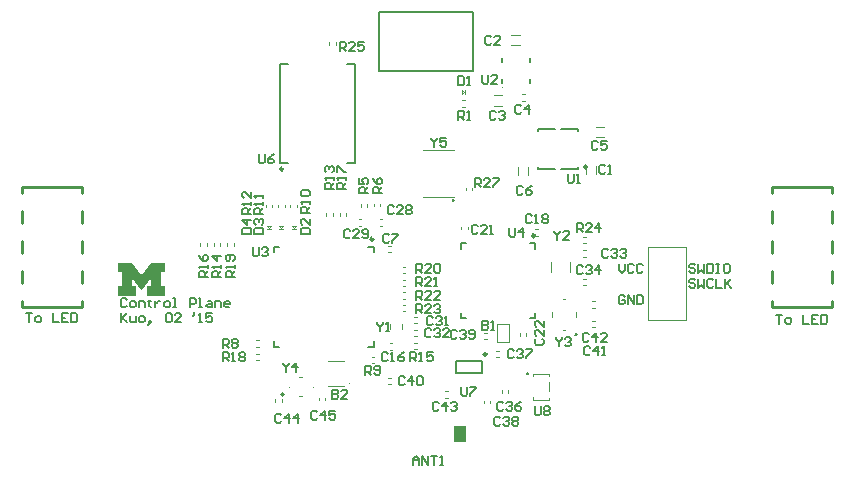
<source format=gto>
G04 Layer_Color=65535*
%FSLAX24Y24*%
%MOIN*%
G70*
G01*
G75*
%ADD59C,0.0098*%
%ADD60C,0.0039*%
%ADD61C,0.0100*%
%ADD62C,0.0079*%
%ADD63C,0.0050*%
%ADD64R,0.0433X0.0551*%
G36*
X-8728Y-823D02*
X-8849D01*
Y-1300D01*
X-8728D01*
Y-1616D01*
X-9320D01*
Y-1300D01*
X-9200D01*
Y-1014D01*
X-9498Y-1425D01*
X-9519D01*
X-9812Y-1014D01*
Y-1300D01*
X-9692D01*
Y-1616D01*
X-10284D01*
Y-1300D01*
X-10168D01*
Y-823D01*
X-10284D01*
Y-507D01*
X-9814D01*
X-9514Y-924D01*
X-9498D01*
X-9197Y-507D01*
X-8728D01*
Y-823D01*
D02*
G37*
D59*
X5344Y2680D02*
G03*
X5344Y2680I-49J0D01*
G01*
X-4792Y2610D02*
G03*
X-4792Y2610I-49J0D01*
G01*
X3600Y386D02*
G03*
X3600Y386I-49J0D01*
G01*
X1991Y-3567D02*
G03*
X1991Y-3567I-49J0D01*
G01*
X-1783Y273D02*
G03*
X-1783Y273I-49J0D01*
G01*
D60*
X2517Y5319D02*
G03*
X2517Y5319I-20J0D01*
G01*
X-2589Y-4536D02*
G03*
X-2589Y-4536I-20J0D01*
G01*
X-416Y-2525D02*
X-337D01*
X-416Y-2308D02*
X-337D01*
X-820Y-2715D02*
Y-2558D01*
X-1213Y-2715D02*
Y-2558D01*
X-416Y-2965D02*
X-337D01*
X-416Y-2748D02*
X-337D01*
X-416Y-3395D02*
X-337D01*
X-416Y-3178D02*
X-337D01*
X-1239Y-3408D02*
X-1161D01*
X-1239Y-3192D02*
X-1161D01*
X2822Y6733D02*
X3098D01*
X2822Y7077D02*
X3098D01*
X3043Y2402D02*
Y2678D01*
X3387Y2402D02*
Y2678D01*
X5632Y3663D02*
X5908D01*
X5632Y4007D02*
X5908D01*
X5293Y2452D02*
Y2728D01*
X5637Y2452D02*
Y2728D01*
X3181Y4882D02*
X3259D01*
X3181Y5098D02*
X3259D01*
X2232Y5067D02*
X2508D01*
X2232Y4723D02*
X2508D01*
X1269Y5121D02*
Y5259D01*
X1171D02*
X1240Y5190D01*
X1171Y5121D02*
X1240Y5190D01*
X1171Y5121D02*
Y5259D01*
X1181Y4898D02*
X1259D01*
X1181Y4682D02*
X1259D01*
X-3258Y6761D02*
Y6839D01*
X-3042Y6761D02*
Y6839D01*
X-112Y1663D02*
X912D01*
X-112Y3237D02*
X912D01*
X1292Y1911D02*
Y1989D01*
X1508Y1911D02*
Y1989D01*
X1358Y611D02*
Y689D01*
X1142Y611D02*
Y689D01*
X3611Y392D02*
X3689D01*
X3611Y608D02*
X3689D01*
X2735Y-3142D02*
Y-2561D01*
X2342Y-3142D02*
X2735D01*
X2342D02*
Y-2561D01*
X2735D01*
X1911Y-2842D02*
X1989D01*
X1911Y-3058D02*
X1989D01*
X3092Y-2939D02*
Y-2861D01*
X3308Y-2939D02*
Y-2861D01*
X4135Y-807D02*
Y-493D01*
X4765Y-807D02*
Y-493D01*
X5211Y142D02*
X5289D01*
X5211Y358D02*
X5289D01*
X5211Y-308D02*
X5289D01*
X5211Y-92D02*
X5289D01*
X5211Y-1258D02*
X5289D01*
X5211Y-1042D02*
X5289D01*
X4531Y-2742D02*
X4609D01*
X4176Y-2309D02*
Y-2151D01*
X4964Y-2309D02*
Y-2151D01*
X4531Y-1718D02*
X4609D01*
X5511Y-1792D02*
X5589D01*
X5511Y-2008D02*
X5589D01*
X5511Y-2442D02*
X5589D01*
X5511Y-2658D02*
X5589D01*
X2311Y-3442D02*
X2389D01*
X2311Y-3658D02*
X2389D01*
X4076Y-4798D02*
Y-4502D01*
Y-4286D02*
Y-4217D01*
X3524D02*
X4076D01*
X3524Y-4296D02*
Y-4217D01*
X4076Y-5083D02*
Y-5014D01*
X3524Y-5083D02*
X4076D01*
X3524D02*
Y-5004D01*
X2708Y-4839D02*
Y-4761D01*
X2492Y-4839D02*
Y-4761D01*
X1892Y-5189D02*
Y-5111D01*
X2108Y-5189D02*
Y-5111D01*
X611Y-4792D02*
X689D01*
X611Y-5008D02*
X689D01*
X-1289Y-4558D02*
X-1211D01*
X-1289Y-4342D02*
X-1211D01*
X-1839Y-3858D02*
X-1761D01*
X-1839Y-3642D02*
X-1761D01*
X-3392Y-5089D02*
Y-5011D01*
X-3608Y-5089D02*
Y-5011D01*
X-4594Y-4660D02*
Y-4640D01*
X-4249Y-4335D02*
X-4151D01*
X-3806Y-4660D02*
Y-4640D01*
X-4249Y-4965D02*
X-4151D01*
X-4842Y-5139D02*
Y-5061D01*
X-5058Y-5139D02*
Y-5061D01*
X-5689Y-3542D02*
X-5611D01*
X-5689Y-3758D02*
X-5611D01*
X-5689Y-3092D02*
X-5611D01*
X-5689Y-3308D02*
X-5611D01*
X-799Y-2128D02*
X-721D01*
X-799Y-1912D02*
X-721D01*
X-809Y-1708D02*
X-731D01*
X-809Y-1492D02*
X-731D01*
X-809Y-1288D02*
X-731D01*
X-809Y-1072D02*
X-731D01*
X-809Y-868D02*
X-731D01*
X-809Y-652D02*
X-731D01*
X-1289Y-158D02*
X-1211D01*
X-1289Y58D02*
X-1211D01*
X-1559Y715D02*
X-1481D01*
X-1559Y931D02*
X-1481D01*
X-2269D02*
X-2191D01*
X-2269Y715D02*
X-2191D01*
X-1552Y1363D02*
Y1442D01*
X-1768Y1363D02*
Y1442D01*
X-1982Y1353D02*
Y1432D01*
X-2198Y1353D02*
Y1432D01*
X-2908Y1061D02*
Y1139D01*
X-2692Y1061D02*
Y1139D01*
X-3358Y1061D02*
Y1139D01*
X-3142Y1061D02*
Y1139D01*
X-4548Y1331D02*
Y1409D01*
X-4332Y1331D02*
Y1409D01*
X-4958Y1331D02*
Y1409D01*
X-4742Y1331D02*
Y1409D01*
X-5368Y1331D02*
Y1409D01*
X-5152Y1331D02*
Y1409D01*
X-4505Y624D02*
X-4368D01*
X-4437Y654D02*
X-4368Y723D01*
X-4505D02*
X-4437Y654D01*
X-4505Y723D02*
X-4368D01*
X-4915Y624D02*
X-4778D01*
X-4847Y654D02*
X-4778Y723D01*
X-4915D02*
X-4847Y654D01*
X-4915Y723D02*
X-4778D01*
X-5325Y624D02*
X-5188D01*
X-5257Y654D02*
X-5188Y723D01*
X-5325D02*
X-5257Y654D01*
X-5325Y723D02*
X-5188D01*
X-6658Y61D02*
Y139D01*
X-6442Y61D02*
Y139D01*
X-7108Y61D02*
Y139D01*
X-6892Y61D02*
Y139D01*
X-7558Y61D02*
Y139D01*
X-7342Y61D02*
Y139D01*
X-3282Y-3783D02*
X-2771D01*
X-3282Y-4610D02*
X-2771D01*
X7370Y-2420D02*
X8630D01*
X7370D02*
Y20D01*
X8630D01*
Y-2420D02*
Y20D01*
D61*
X881Y1562D02*
G03*
X872Y1564I-9J-18D01*
G01*
X4983Y-2899D02*
G03*
X4983Y-2899I-20J0D01*
G01*
X3359Y-4207D02*
G03*
X3359Y-4207I-22J0D01*
G01*
X-4779Y-4906D02*
G03*
X-4779Y-4906I-31J0D01*
G01*
X11500Y-2000D02*
Y-1800D01*
Y-1200D02*
Y-800D01*
Y-200D02*
Y200D01*
Y800D02*
Y1200D01*
Y1800D02*
Y2000D01*
X13500Y-2000D02*
Y-1800D01*
Y-1200D02*
Y-800D01*
Y-200D02*
Y200D01*
Y800D02*
Y1200D01*
Y1800D02*
Y2000D01*
X11500D02*
X13500D01*
X11500Y-2000D02*
X13500D01*
X-13500D02*
Y-1800D01*
Y-1200D02*
Y-800D01*
Y-200D02*
Y200D01*
Y800D02*
Y1200D01*
Y1800D02*
Y2000D01*
X-11500Y-2000D02*
Y-1800D01*
Y-1200D02*
Y-800D01*
Y-200D02*
Y200D01*
Y800D02*
Y1200D01*
Y1800D02*
Y2000D01*
X-13500D02*
X-11500D01*
X-13500Y-2000D02*
X-11500D01*
D62*
X5039Y2621D02*
Y2690D01*
X4478Y2621D02*
X5039D01*
X3701D02*
X4262D01*
X3701D02*
Y2690D01*
Y3890D02*
Y3959D01*
X4262D01*
X5039Y3890D02*
Y3959D01*
X4478D02*
X5039D01*
X2498Y5477D02*
Y5597D01*
Y6183D02*
Y6303D01*
X3442Y5477D02*
Y5597D01*
Y6183D02*
Y6303D01*
X-4900Y4446D02*
Y6114D01*
X-4626D01*
X-2654D02*
X-2380D01*
Y4446D02*
Y6114D01*
Y2806D02*
Y4474D01*
X-2654Y2806D02*
X-2380D01*
X-4900D02*
Y4474D01*
Y2806D02*
X-4626D01*
X1130Y-47D02*
Y130D01*
X1307D01*
X1130Y-2350D02*
Y-2173D01*
Y-2350D02*
X1307D01*
X3433D02*
X3610D01*
Y-2173D01*
Y-47D02*
Y130D01*
X3433D02*
X3610D01*
X1833Y-4197D02*
Y-3803D01*
X967Y-4197D02*
Y-3803D01*
X1833D01*
X967Y-4197D02*
X1833D01*
X-5100Y-160D02*
Y17D01*
X-4923D01*
X-5100Y-3310D02*
Y-3133D01*
Y-3310D02*
X-4923D01*
X-1950D02*
X-1773D01*
Y-3133D01*
Y-160D02*
Y17D01*
X-1950D02*
X-1773D01*
D63*
X1515Y5873D02*
X1525Y5883D01*
X-1585Y5873D02*
X1515D01*
X1525Y5883D02*
Y7861D01*
X-1585Y5873D02*
Y7861D01*
X1525D01*
X-1500Y1800D02*
X-1800D01*
Y1950D01*
X-1750Y2000D01*
X-1650D01*
X-1600Y1950D01*
Y1800D01*
Y1900D02*
X-1500Y2000D01*
X-1800Y2300D02*
X-1750Y2200D01*
X-1650Y2100D01*
X-1550D01*
X-1500Y2150D01*
Y2250D01*
X-1550Y2300D01*
X-1600D01*
X-1650Y2250D01*
Y2100D01*
X-1950Y1800D02*
X-2250D01*
Y1950D01*
X-2200Y2000D01*
X-2100D01*
X-2050Y1950D01*
Y1800D01*
Y1900D02*
X-1950Y2000D01*
X-2250Y2300D02*
Y2100D01*
X-2100D01*
X-2150Y2200D01*
Y2250D01*
X-2100Y2300D01*
X-2000D01*
X-1950Y2250D01*
Y2150D01*
X-2000Y2100D01*
X-450Y-7250D02*
Y-7050D01*
X-350Y-6950D01*
X-250Y-7050D01*
Y-7250D01*
Y-7100D01*
X-450D01*
X-150Y-7250D02*
Y-6950D01*
X50Y-7250D01*
Y-6950D01*
X150D02*
X350D01*
X250D01*
Y-7250D01*
X450D02*
X550D01*
X500D01*
Y-6950D01*
X450Y-7000D01*
X-3150Y-4750D02*
Y-5050D01*
X-3000D01*
X-2950Y-5000D01*
Y-4950D01*
X-3000Y-4900D01*
X-3150D01*
X-3000D01*
X-2950Y-4850D01*
Y-4800D01*
X-3000Y-4750D01*
X-3150D01*
X-2650Y-5050D02*
X-2850D01*
X-2650Y-4850D01*
Y-4800D01*
X-2700Y-4750D01*
X-2800D01*
X-2850Y-4800D01*
X5950Y2700D02*
X5900Y2750D01*
X5800D01*
X5750Y2700D01*
Y2500D01*
X5800Y2450D01*
X5900D01*
X5950Y2500D01*
X6050Y2450D02*
X6150D01*
X6100D01*
Y2750D01*
X6050Y2700D01*
X2150Y7000D02*
X2100Y7050D01*
X2000D01*
X1950Y7000D01*
Y6800D01*
X2000Y6750D01*
X2100D01*
X2150Y6800D01*
X2450Y6750D02*
X2250D01*
X2450Y6950D01*
Y7000D01*
X2400Y7050D01*
X2300D01*
X2250Y7000D01*
X2300Y4500D02*
X2250Y4550D01*
X2150D01*
X2100Y4500D01*
Y4300D01*
X2150Y4250D01*
X2250D01*
X2300Y4300D01*
X2400Y4500D02*
X2450Y4550D01*
X2550D01*
X2600Y4500D01*
Y4450D01*
X2550Y4400D01*
X2500D01*
X2550D01*
X2600Y4350D01*
Y4300D01*
X2550Y4250D01*
X2450D01*
X2400Y4300D01*
X5700Y3500D02*
X5650Y3550D01*
X5550D01*
X5500Y3500D01*
Y3300D01*
X5550Y3250D01*
X5650D01*
X5700Y3300D01*
X6000Y3550D02*
X5800D01*
Y3400D01*
X5900Y3450D01*
X5950D01*
X6000Y3400D01*
Y3300D01*
X5950Y3250D01*
X5850D01*
X5800Y3300D01*
X3200Y2000D02*
X3150Y2050D01*
X3050D01*
X3000Y2000D01*
Y1800D01*
X3050Y1750D01*
X3150D01*
X3200Y1800D01*
X3500Y2050D02*
X3400Y2000D01*
X3300Y1900D01*
Y1800D01*
X3350Y1750D01*
X3450D01*
X3500Y1800D01*
Y1850D01*
X3450Y1900D01*
X3300D01*
X-1250Y400D02*
X-1300Y450D01*
X-1400D01*
X-1450Y400D01*
Y200D01*
X-1400Y150D01*
X-1300D01*
X-1250Y200D01*
X-1150Y450D02*
X-950D01*
Y400D01*
X-1150Y200D01*
Y150D01*
X-1300Y-3550D02*
X-1350Y-3500D01*
X-1450D01*
X-1500Y-3550D01*
Y-3750D01*
X-1450Y-3800D01*
X-1350D01*
X-1300Y-3750D01*
X-1200Y-3800D02*
X-1100D01*
X-1150D01*
Y-3500D01*
X-1200Y-3550D01*
X-750Y-3500D02*
X-850Y-3550D01*
X-950Y-3650D01*
Y-3750D01*
X-900Y-3800D01*
X-800D01*
X-750Y-3750D01*
Y-3700D01*
X-800Y-3650D01*
X-950D01*
X3500Y1050D02*
X3450Y1100D01*
X3350D01*
X3300Y1050D01*
Y850D01*
X3350Y800D01*
X3450D01*
X3500Y850D01*
X3600Y800D02*
X3700D01*
X3650D01*
Y1100D01*
X3600Y1050D01*
X3850D02*
X3900Y1100D01*
X4000D01*
X4050Y1050D01*
Y1000D01*
X4000Y950D01*
X4050Y900D01*
Y850D01*
X4000Y800D01*
X3900D01*
X3850Y850D01*
Y900D01*
X3900Y950D01*
X3850Y1000D01*
Y1050D01*
X3900Y950D02*
X4000D01*
X1700Y700D02*
X1650Y750D01*
X1550D01*
X1500Y700D01*
Y500D01*
X1550Y450D01*
X1650D01*
X1700Y500D01*
X2000Y450D02*
X1800D01*
X2000Y650D01*
Y700D01*
X1950Y750D01*
X1850D01*
X1800Y700D01*
X2100Y450D02*
X2200D01*
X2150D01*
Y750D01*
X2100Y700D01*
X3650Y-3050D02*
X3600Y-3100D01*
Y-3200D01*
X3650Y-3250D01*
X3850D01*
X3900Y-3200D01*
Y-3100D01*
X3850Y-3050D01*
X3900Y-2750D02*
Y-2950D01*
X3700Y-2750D01*
X3650D01*
X3600Y-2800D01*
Y-2900D01*
X3650Y-2950D01*
X3900Y-2450D02*
Y-2650D01*
X3700Y-2450D01*
X3650D01*
X3600Y-2500D01*
Y-2600D01*
X3650Y-2650D01*
X-1100Y1350D02*
X-1150Y1400D01*
X-1250D01*
X-1300Y1350D01*
Y1150D01*
X-1250Y1100D01*
X-1150D01*
X-1100Y1150D01*
X-800Y1100D02*
X-1000D01*
X-800Y1300D01*
Y1350D01*
X-850Y1400D01*
X-950D01*
X-1000Y1350D01*
X-700D02*
X-650Y1400D01*
X-550D01*
X-500Y1350D01*
Y1300D01*
X-550Y1250D01*
X-500Y1200D01*
Y1150D01*
X-550Y1100D01*
X-650D01*
X-700Y1150D01*
Y1200D01*
X-650Y1250D01*
X-700Y1300D01*
Y1350D01*
X-650Y1250D02*
X-550D01*
X-2550Y550D02*
X-2600Y600D01*
X-2700D01*
X-2750Y550D01*
Y350D01*
X-2700Y300D01*
X-2600D01*
X-2550Y350D01*
X-2250Y300D02*
X-2450D01*
X-2250Y500D01*
Y550D01*
X-2300Y600D01*
X-2400D01*
X-2450Y550D01*
X-2150Y350D02*
X-2100Y300D01*
X-2000D01*
X-1950Y350D01*
Y550D01*
X-2000Y600D01*
X-2100D01*
X-2150Y550D01*
Y500D01*
X-2100Y450D01*
X-1950D01*
X200Y-2350D02*
X150Y-2300D01*
X50D01*
X0Y-2350D01*
Y-2550D01*
X50Y-2600D01*
X150D01*
X200Y-2550D01*
X300Y-2350D02*
X350Y-2300D01*
X450D01*
X500Y-2350D01*
Y-2400D01*
X450Y-2450D01*
X400D01*
X450D01*
X500Y-2500D01*
Y-2550D01*
X450Y-2600D01*
X350D01*
X300Y-2550D01*
X600Y-2600D02*
X700D01*
X650D01*
Y-2300D01*
X600Y-2350D01*
X150Y-2750D02*
X100Y-2700D01*
X-0D01*
X-50Y-2750D01*
Y-2950D01*
X-0Y-3000D01*
X100D01*
X150Y-2950D01*
X250Y-2750D02*
X300Y-2700D01*
X400D01*
X450Y-2750D01*
Y-2800D01*
X400Y-2850D01*
X350D01*
X400D01*
X450Y-2900D01*
Y-2950D01*
X400Y-3000D01*
X300D01*
X250Y-2950D01*
X750Y-3000D02*
X550D01*
X750Y-2800D01*
Y-2750D01*
X700Y-2700D01*
X600D01*
X550Y-2750D01*
X2550Y-5200D02*
X2500Y-5150D01*
X2400D01*
X2350Y-5200D01*
Y-5400D01*
X2400Y-5450D01*
X2500D01*
X2550Y-5400D01*
X2650Y-5200D02*
X2700Y-5150D01*
X2800D01*
X2850Y-5200D01*
Y-5250D01*
X2800Y-5300D01*
X2750D01*
X2800D01*
X2850Y-5350D01*
Y-5400D01*
X2800Y-5450D01*
X2700D01*
X2650Y-5400D01*
X3150Y-5150D02*
X3050Y-5200D01*
X2950Y-5300D01*
Y-5400D01*
X3000Y-5450D01*
X3100D01*
X3150Y-5400D01*
Y-5350D01*
X3100Y-5300D01*
X2950D01*
X2900Y-3450D02*
X2850Y-3400D01*
X2750D01*
X2700Y-3450D01*
Y-3650D01*
X2750Y-3700D01*
X2850D01*
X2900Y-3650D01*
X3000Y-3450D02*
X3050Y-3400D01*
X3150D01*
X3200Y-3450D01*
Y-3500D01*
X3150Y-3550D01*
X3100D01*
X3150D01*
X3200Y-3600D01*
Y-3650D01*
X3150Y-3700D01*
X3050D01*
X3000Y-3650D01*
X3300Y-3400D02*
X3500D01*
Y-3450D01*
X3300Y-3650D01*
Y-3700D01*
X2450Y-5700D02*
X2400Y-5650D01*
X2300D01*
X2250Y-5700D01*
Y-5900D01*
X2300Y-5950D01*
X2400D01*
X2450Y-5900D01*
X2550Y-5700D02*
X2600Y-5650D01*
X2700D01*
X2750Y-5700D01*
Y-5750D01*
X2700Y-5800D01*
X2650D01*
X2700D01*
X2750Y-5850D01*
Y-5900D01*
X2700Y-5950D01*
X2600D01*
X2550Y-5900D01*
X2850Y-5700D02*
X2900Y-5650D01*
X3000D01*
X3050Y-5700D01*
Y-5750D01*
X3000Y-5800D01*
X3050Y-5850D01*
Y-5900D01*
X3000Y-5950D01*
X2900D01*
X2850Y-5900D01*
Y-5850D01*
X2900Y-5800D01*
X2850Y-5750D01*
Y-5700D01*
X2900Y-5800D02*
X3000D01*
X1000Y-2800D02*
X950Y-2750D01*
X850D01*
X800Y-2800D01*
Y-3000D01*
X850Y-3050D01*
X950D01*
X1000Y-3000D01*
X1100Y-2800D02*
X1150Y-2750D01*
X1250D01*
X1300Y-2800D01*
Y-2850D01*
X1250Y-2900D01*
X1200D01*
X1250D01*
X1300Y-2950D01*
Y-3000D01*
X1250Y-3050D01*
X1150D01*
X1100Y-3000D01*
X1400D02*
X1450Y-3050D01*
X1549D01*
X1599Y-3000D01*
Y-2800D01*
X1549Y-2750D01*
X1450D01*
X1400Y-2800D01*
Y-2850D01*
X1450Y-2900D01*
X1599D01*
X-734Y-4353D02*
X-784Y-4303D01*
X-884D01*
X-934Y-4353D01*
Y-4553D01*
X-884Y-4603D01*
X-784D01*
X-734Y-4553D01*
X-484Y-4603D02*
Y-4303D01*
X-634Y-4453D01*
X-434D01*
X-334Y-4353D02*
X-284Y-4303D01*
X-184D01*
X-134Y-4353D01*
Y-4553D01*
X-184Y-4603D01*
X-284D01*
X-334Y-4553D01*
Y-4353D01*
X5450Y-3350D02*
X5400Y-3300D01*
X5300D01*
X5250Y-3350D01*
Y-3550D01*
X5300Y-3600D01*
X5400D01*
X5450Y-3550D01*
X5700Y-3600D02*
Y-3300D01*
X5550Y-3450D01*
X5750D01*
X5850Y-3600D02*
X5950D01*
X5900D01*
Y-3300D01*
X5850Y-3350D01*
X5400Y-2900D02*
X5350Y-2850D01*
X5250D01*
X5200Y-2900D01*
Y-3100D01*
X5250Y-3150D01*
X5350D01*
X5400Y-3100D01*
X5650Y-3150D02*
Y-2850D01*
X5500Y-3000D01*
X5700D01*
X6000Y-3150D02*
X5800D01*
X6000Y-2950D01*
Y-2900D01*
X5950Y-2850D01*
X5850D01*
X5800Y-2900D01*
X400Y-5200D02*
X350Y-5150D01*
X250D01*
X200Y-5200D01*
Y-5400D01*
X250Y-5450D01*
X350D01*
X400Y-5400D01*
X650Y-5450D02*
Y-5150D01*
X500Y-5300D01*
X700D01*
X800Y-5200D02*
X850Y-5150D01*
X950D01*
X1000Y-5200D01*
Y-5250D01*
X950Y-5300D01*
X900D01*
X950D01*
X1000Y-5350D01*
Y-5400D01*
X950Y-5450D01*
X850D01*
X800Y-5400D01*
X-4850Y-5600D02*
X-4900Y-5550D01*
X-5000D01*
X-5050Y-5600D01*
Y-5800D01*
X-5000Y-5850D01*
X-4900D01*
X-4850Y-5800D01*
X-4600Y-5850D02*
Y-5550D01*
X-4750Y-5700D01*
X-4550D01*
X-4300Y-5850D02*
Y-5550D01*
X-4450Y-5700D01*
X-4250D01*
X-3650Y-5500D02*
X-3700Y-5450D01*
X-3800D01*
X-3850Y-5500D01*
Y-5700D01*
X-3800Y-5750D01*
X-3700D01*
X-3650Y-5700D01*
X-3400Y-5750D02*
Y-5450D01*
X-3550Y-5600D01*
X-3350D01*
X-3050Y-5450D02*
X-3250D01*
Y-5600D01*
X-3150Y-5550D01*
X-3100D01*
X-3050Y-5600D01*
Y-5700D01*
X-3100Y-5750D01*
X-3200D01*
X-3250Y-5700D01*
X1050Y5700D02*
Y5400D01*
X1200D01*
X1250Y5450D01*
Y5650D01*
X1200Y5700D01*
X1050D01*
X1350Y5400D02*
X1450D01*
X1400D01*
Y5700D01*
X1350Y5650D01*
X-4200Y450D02*
X-3900D01*
Y600D01*
X-3950Y650D01*
X-4150D01*
X-4200Y600D01*
Y450D01*
X-3900Y950D02*
Y750D01*
X-4100Y950D01*
X-4150D01*
X-4200Y900D01*
Y800D01*
X-4150Y750D01*
X-5750Y450D02*
X-5450D01*
Y600D01*
X-5500Y650D01*
X-5700D01*
X-5750Y600D01*
Y450D01*
X-5700Y750D02*
X-5750Y800D01*
Y900D01*
X-5700Y950D01*
X-5650D01*
X-5600Y900D01*
Y850D01*
Y900D01*
X-5550Y950D01*
X-5500D01*
X-5450Y900D01*
Y800D01*
X-5500Y750D01*
X-6150Y450D02*
X-5850D01*
Y600D01*
X-5900Y650D01*
X-6100D01*
X-6150Y600D01*
Y450D01*
X-5850Y900D02*
X-6150D01*
X-6000Y750D01*
Y950D01*
X1050Y4250D02*
Y4550D01*
X1200D01*
X1250Y4500D01*
Y4400D01*
X1200Y4350D01*
X1050D01*
X1150D02*
X1250Y4250D01*
X1350D02*
X1450D01*
X1400D01*
Y4550D01*
X1350Y4500D01*
X-6800Y-3350D02*
Y-3050D01*
X-6650D01*
X-6600Y-3100D01*
Y-3200D01*
X-6650Y-3250D01*
X-6800D01*
X-6700D02*
X-6600Y-3350D01*
X-6500Y-3100D02*
X-6450Y-3050D01*
X-6350D01*
X-6300Y-3100D01*
Y-3150D01*
X-6350Y-3200D01*
X-6300Y-3250D01*
Y-3300D01*
X-6350Y-3350D01*
X-6450D01*
X-6500Y-3300D01*
Y-3250D01*
X-6450Y-3200D01*
X-6500Y-3150D01*
Y-3100D01*
X-6450Y-3200D02*
X-6350D01*
X-2050Y-4250D02*
Y-3950D01*
X-1900D01*
X-1850Y-4000D01*
Y-4100D01*
X-1900Y-4150D01*
X-2050D01*
X-1950D02*
X-1850Y-4250D01*
X-1750Y-4200D02*
X-1700Y-4250D01*
X-1600D01*
X-1550Y-4200D01*
Y-4000D01*
X-1600Y-3950D01*
X-1700D01*
X-1750Y-4000D01*
Y-4050D01*
X-1700Y-4100D01*
X-1550D01*
X-3900Y1150D02*
X-4200D01*
Y1300D01*
X-4150Y1350D01*
X-4050D01*
X-4000Y1300D01*
Y1150D01*
Y1250D02*
X-3900Y1350D01*
Y1450D02*
Y1550D01*
Y1500D01*
X-4200D01*
X-4150Y1450D01*
Y1700D02*
X-4200Y1750D01*
Y1850D01*
X-4150Y1900D01*
X-3950D01*
X-3900Y1850D01*
Y1750D01*
X-3950Y1700D01*
X-4150D01*
X-5450Y1100D02*
X-5750D01*
Y1250D01*
X-5700Y1300D01*
X-5600D01*
X-5550Y1250D01*
Y1100D01*
Y1200D02*
X-5450Y1300D01*
Y1400D02*
Y1500D01*
Y1450D01*
X-5750D01*
X-5700Y1400D01*
X-5450Y1650D02*
Y1750D01*
Y1700D01*
X-5750D01*
X-5700Y1650D01*
X-5850Y1100D02*
X-6150D01*
Y1250D01*
X-6100Y1300D01*
X-6000D01*
X-5950Y1250D01*
Y1100D01*
Y1200D02*
X-5850Y1300D01*
Y1400D02*
Y1500D01*
Y1450D01*
X-6150D01*
X-6100Y1400D01*
X-5850Y1850D02*
Y1650D01*
X-6050Y1850D01*
X-6100D01*
X-6150Y1800D01*
Y1700D01*
X-6100Y1650D01*
X-3100Y1950D02*
X-3400D01*
Y2100D01*
X-3350Y2150D01*
X-3250D01*
X-3200Y2100D01*
Y1950D01*
Y2050D02*
X-3100Y2150D01*
Y2250D02*
Y2350D01*
Y2300D01*
X-3400D01*
X-3350Y2250D01*
Y2500D02*
X-3400Y2550D01*
Y2650D01*
X-3350Y2700D01*
X-3300D01*
X-3250Y2650D01*
Y2600D01*
Y2650D01*
X-3200Y2700D01*
X-3150D01*
X-3100Y2650D01*
Y2550D01*
X-3150Y2500D01*
X-6850Y-1000D02*
X-7150D01*
Y-850D01*
X-7100Y-800D01*
X-7000D01*
X-6950Y-850D01*
Y-1000D01*
Y-900D02*
X-6850Y-800D01*
Y-700D02*
Y-600D01*
Y-650D01*
X-7150D01*
X-7100Y-700D01*
X-6850Y-300D02*
X-7150D01*
X-7000Y-450D01*
Y-250D01*
X-550Y-3800D02*
Y-3500D01*
X-400D01*
X-350Y-3550D01*
Y-3650D01*
X-400Y-3700D01*
X-550D01*
X-450D02*
X-350Y-3800D01*
X-250D02*
X-150D01*
X-200D01*
Y-3500D01*
X-250Y-3550D01*
X200Y-3500D02*
X-0D01*
Y-3650D01*
X100Y-3600D01*
X150D01*
X200Y-3650D01*
Y-3750D01*
X150Y-3800D01*
X50D01*
X-0Y-3750D01*
X-7300Y-1000D02*
X-7600D01*
Y-850D01*
X-7550Y-800D01*
X-7450D01*
X-7400Y-850D01*
Y-1000D01*
Y-900D02*
X-7300Y-800D01*
Y-700D02*
Y-600D01*
Y-650D01*
X-7600D01*
X-7550Y-700D01*
X-7600Y-250D02*
X-7550Y-350D01*
X-7450Y-450D01*
X-7350D01*
X-7300Y-400D01*
Y-300D01*
X-7350Y-250D01*
X-7400D01*
X-7450Y-300D01*
Y-450D01*
X-2700Y1950D02*
X-3000D01*
Y2100D01*
X-2950Y2150D01*
X-2850D01*
X-2800Y2100D01*
Y1950D01*
Y2050D02*
X-2700Y2150D01*
Y2250D02*
Y2350D01*
Y2300D01*
X-3000D01*
X-2950Y2250D01*
X-3000Y2500D02*
Y2700D01*
X-2950D01*
X-2750Y2500D01*
X-2700D01*
X-6800Y-3800D02*
Y-3500D01*
X-6650D01*
X-6600Y-3550D01*
Y-3650D01*
X-6650Y-3700D01*
X-6800D01*
X-6700D02*
X-6600Y-3800D01*
X-6500D02*
X-6400D01*
X-6450D01*
Y-3500D01*
X-6500Y-3550D01*
X-6250D02*
X-6200Y-3500D01*
X-6100D01*
X-6050Y-3550D01*
Y-3600D01*
X-6100Y-3650D01*
X-6050Y-3700D01*
Y-3750D01*
X-6100Y-3800D01*
X-6200D01*
X-6250Y-3750D01*
Y-3700D01*
X-6200Y-3650D01*
X-6250Y-3600D01*
Y-3550D01*
X-6200Y-3650D02*
X-6100D01*
X-6400Y-1000D02*
X-6700D01*
Y-850D01*
X-6650Y-800D01*
X-6550D01*
X-6500Y-850D01*
Y-1000D01*
Y-900D02*
X-6400Y-800D01*
Y-700D02*
Y-600D01*
Y-650D01*
X-6700D01*
X-6650Y-700D01*
X-6450Y-450D02*
X-6400Y-400D01*
Y-300D01*
X-6450Y-250D01*
X-6650D01*
X-6700Y-300D01*
Y-400D01*
X-6650Y-450D01*
X-6600D01*
X-6550Y-400D01*
Y-250D01*
X-350Y-850D02*
Y-550D01*
X-200D01*
X-150Y-600D01*
Y-700D01*
X-200Y-750D01*
X-350D01*
X-250D02*
X-150Y-850D01*
X150D02*
X-50D01*
X150Y-650D01*
Y-600D01*
X100Y-550D01*
X-0D01*
X-50Y-600D01*
X250D02*
X300Y-550D01*
X400D01*
X450Y-600D01*
Y-800D01*
X400Y-850D01*
X300D01*
X250Y-800D01*
Y-600D01*
X-350Y-1300D02*
Y-1000D01*
X-200D01*
X-150Y-1050D01*
Y-1150D01*
X-200Y-1200D01*
X-350D01*
X-250D02*
X-150Y-1300D01*
X150D02*
X-50D01*
X150Y-1100D01*
Y-1050D01*
X100Y-1000D01*
X-0D01*
X-50Y-1050D01*
X250Y-1300D02*
X350D01*
X300D01*
Y-1000D01*
X250Y-1050D01*
X-350Y-1750D02*
Y-1450D01*
X-200D01*
X-150Y-1500D01*
Y-1600D01*
X-200Y-1650D01*
X-350D01*
X-250D02*
X-150Y-1750D01*
X150D02*
X-50D01*
X150Y-1550D01*
Y-1500D01*
X100Y-1450D01*
X-0D01*
X-50Y-1500D01*
X450Y-1750D02*
X250D01*
X450Y-1550D01*
Y-1500D01*
X400Y-1450D01*
X300D01*
X250Y-1500D01*
X-350Y-2200D02*
Y-1900D01*
X-200D01*
X-150Y-1950D01*
Y-2050D01*
X-200Y-2100D01*
X-350D01*
X-250D02*
X-150Y-2200D01*
X150D02*
X-50D01*
X150Y-2000D01*
Y-1950D01*
X100Y-1900D01*
X-0D01*
X-50Y-1950D01*
X250D02*
X300Y-1900D01*
X400D01*
X450Y-1950D01*
Y-2000D01*
X400Y-2050D01*
X350D01*
X400D01*
X450Y-2100D01*
Y-2150D01*
X400Y-2200D01*
X300D01*
X250Y-2150D01*
X5000Y500D02*
Y800D01*
X5150D01*
X5200Y750D01*
Y650D01*
X5150Y600D01*
X5000D01*
X5100D02*
X5200Y500D01*
X5500D02*
X5300D01*
X5500Y700D01*
Y750D01*
X5450Y800D01*
X5350D01*
X5300Y750D01*
X5750Y500D02*
Y800D01*
X5600Y650D01*
X5800D01*
X-2900Y6550D02*
Y6850D01*
X-2750D01*
X-2700Y6800D01*
Y6700D01*
X-2750Y6650D01*
X-2900D01*
X-2800D02*
X-2700Y6550D01*
X-2400D02*
X-2600D01*
X-2400Y6750D01*
Y6800D01*
X-2450Y6850D01*
X-2550D01*
X-2600Y6800D01*
X-2100Y6850D02*
X-2300D01*
Y6700D01*
X-2200Y6750D01*
X-2150D01*
X-2100Y6700D01*
Y6600D01*
X-2150Y6550D01*
X-2250D01*
X-2300Y6600D01*
X1600Y2000D02*
Y2300D01*
X1750D01*
X1800Y2250D01*
Y2150D01*
X1750Y2100D01*
X1600D01*
X1700D02*
X1800Y2000D01*
X2100D02*
X1900D01*
X2100Y2200D01*
Y2250D01*
X2050Y2300D01*
X1950D01*
X1900Y2250D01*
X2200Y2300D02*
X2400D01*
Y2250D01*
X2200Y2050D01*
Y2000D01*
X4700Y2450D02*
Y2200D01*
X4750Y2150D01*
X4850D01*
X4900Y2200D01*
Y2450D01*
X5000Y2150D02*
X5100D01*
X5050D01*
Y2450D01*
X5000Y2400D01*
X1850Y5750D02*
Y5500D01*
X1900Y5450D01*
X2000D01*
X2050Y5500D01*
Y5750D01*
X2350Y5450D02*
X2150D01*
X2350Y5650D01*
Y5700D01*
X2300Y5750D01*
X2200D01*
X2150Y5700D01*
X-5800Y-0D02*
Y-250D01*
X-5750Y-300D01*
X-5650D01*
X-5600Y-250D01*
Y-0D01*
X-5500Y-50D02*
X-5450Y-0D01*
X-5350D01*
X-5300Y-50D01*
Y-100D01*
X-5350Y-150D01*
X-5400D01*
X-5350D01*
X-5300Y-200D01*
Y-250D01*
X-5350Y-300D01*
X-5450D01*
X-5500Y-250D01*
X2750Y650D02*
Y400D01*
X2800Y350D01*
X2900D01*
X2950Y400D01*
Y650D01*
X3200Y350D02*
Y650D01*
X3050Y500D01*
X3250D01*
X-5600Y3100D02*
Y2850D01*
X-5550Y2800D01*
X-5450D01*
X-5400Y2850D01*
Y3100D01*
X-5100D02*
X-5200Y3050D01*
X-5300Y2950D01*
Y2850D01*
X-5250Y2800D01*
X-5150D01*
X-5100Y2850D01*
Y2900D01*
X-5150Y2950D01*
X-5300D01*
X1150Y-4650D02*
Y-4900D01*
X1200Y-4950D01*
X1300D01*
X1350Y-4900D01*
Y-4650D01*
X1450D02*
X1650D01*
Y-4700D01*
X1450Y-4900D01*
Y-4950D01*
X3600Y-5300D02*
Y-5550D01*
X3650Y-5600D01*
X3750D01*
X3800Y-5550D01*
Y-5300D01*
X3900Y-5350D02*
X3950Y-5300D01*
X4050D01*
X4100Y-5350D01*
Y-5400D01*
X4050Y-5450D01*
X4100Y-5500D01*
Y-5550D01*
X4050Y-5600D01*
X3950D01*
X3900Y-5550D01*
Y-5500D01*
X3950Y-5450D01*
X3900Y-5400D01*
Y-5350D01*
X3950Y-5450D02*
X4050D01*
X-1650Y-2500D02*
Y-2550D01*
X-1550Y-2650D01*
X-1450Y-2550D01*
Y-2500D01*
X-1550Y-2650D02*
Y-2800D01*
X-1350D02*
X-1250D01*
X-1300D01*
Y-2500D01*
X-1350Y-2550D01*
X4250Y550D02*
Y500D01*
X4350Y400D01*
X4450Y500D01*
Y550D01*
X4350Y400D02*
Y250D01*
X4750D02*
X4550D01*
X4750Y450D01*
Y500D01*
X4700Y550D01*
X4600D01*
X4550Y500D01*
X4300Y-3000D02*
Y-3050D01*
X4400Y-3150D01*
X4500Y-3050D01*
Y-3000D01*
X4400Y-3150D02*
Y-3300D01*
X4600Y-3050D02*
X4650Y-3000D01*
X4750D01*
X4800Y-3050D01*
Y-3100D01*
X4750Y-3150D01*
X4700D01*
X4750D01*
X4800Y-3200D01*
Y-3250D01*
X4750Y-3300D01*
X4650D01*
X4600Y-3250D01*
X-4800Y-3850D02*
Y-3900D01*
X-4700Y-4000D01*
X-4600Y-3900D01*
Y-3850D01*
X-4700Y-4000D02*
Y-4150D01*
X-4350D02*
Y-3850D01*
X-4500Y-4000D01*
X-4300D01*
X150Y3650D02*
Y3600D01*
X250Y3500D01*
X350Y3600D01*
Y3650D01*
X250Y3500D02*
Y3350D01*
X650Y3650D02*
X450D01*
Y3500D01*
X550Y3550D01*
X600D01*
X650Y3500D01*
Y3400D01*
X600Y3350D01*
X500D01*
X450Y3400D01*
X3150Y4700D02*
X3100Y4750D01*
X3000D01*
X2950Y4700D01*
Y4500D01*
X3000Y4450D01*
X3100D01*
X3150Y4500D01*
X3400Y4450D02*
Y4750D01*
X3250Y4600D01*
X3450D01*
X6044Y-94D02*
X5994Y-44D01*
X5894D01*
X5844Y-94D01*
Y-294D01*
X5894Y-344D01*
X5994D01*
X6044Y-294D01*
X6144Y-94D02*
X6194Y-44D01*
X6294D01*
X6344Y-94D01*
Y-144D01*
X6294Y-194D01*
X6244D01*
X6294D01*
X6344Y-244D01*
Y-294D01*
X6294Y-344D01*
X6194D01*
X6144Y-294D01*
X6444Y-94D02*
X6494Y-44D01*
X6594D01*
X6644Y-94D01*
Y-144D01*
X6594Y-194D01*
X6544D01*
X6594D01*
X6644Y-244D01*
Y-294D01*
X6594Y-344D01*
X6494D01*
X6444Y-294D01*
X5200Y-650D02*
X5150Y-600D01*
X5050D01*
X5000Y-650D01*
Y-850D01*
X5050Y-900D01*
X5150D01*
X5200Y-850D01*
X5300Y-650D02*
X5350Y-600D01*
X5450D01*
X5500Y-650D01*
Y-700D01*
X5450Y-750D01*
X5400D01*
X5450D01*
X5500Y-800D01*
Y-850D01*
X5450Y-900D01*
X5350D01*
X5300Y-850D01*
X5750Y-900D02*
Y-600D01*
X5600Y-750D01*
X5800D01*
X1850Y-2450D02*
Y-2750D01*
X2000D01*
X2050Y-2700D01*
Y-2650D01*
X2000Y-2600D01*
X1850D01*
X2000D01*
X2050Y-2550D01*
Y-2500D01*
X2000Y-2450D01*
X1850D01*
X2150Y-2750D02*
X2250D01*
X2200D01*
Y-2450D01*
X2150Y-2500D01*
X6600Y-1650D02*
X6550Y-1600D01*
X6450D01*
X6400Y-1650D01*
Y-1850D01*
X6450Y-1900D01*
X6550D01*
X6600Y-1850D01*
Y-1750D01*
X6500D01*
X6700Y-1900D02*
Y-1600D01*
X6900Y-1900D01*
Y-1600D01*
X7000D02*
Y-1900D01*
X7150D01*
X7200Y-1850D01*
Y-1650D01*
X7150Y-1600D01*
X7000D01*
X6400Y-550D02*
Y-750D01*
X6500Y-850D01*
X6600Y-750D01*
Y-550D01*
X6900Y-600D02*
X6850Y-550D01*
X6750D01*
X6700Y-600D01*
Y-800D01*
X6750Y-850D01*
X6850D01*
X6900Y-800D01*
X7200Y-600D02*
X7150Y-550D01*
X7050D01*
X7000Y-600D01*
Y-800D01*
X7050Y-850D01*
X7150D01*
X7200Y-800D01*
X-10200Y-2200D02*
Y-2500D01*
Y-2400D01*
X-10000Y-2200D01*
X-10150Y-2350D01*
X-10000Y-2500D01*
X-9900Y-2300D02*
Y-2450D01*
X-9850Y-2500D01*
X-9700D01*
Y-2300D01*
X-9550Y-2500D02*
X-9450D01*
X-9400Y-2450D01*
Y-2350D01*
X-9450Y-2300D01*
X-9550D01*
X-9600Y-2350D01*
Y-2450D01*
X-9550Y-2500D01*
X-9250Y-2550D02*
X-9200Y-2500D01*
Y-2450D01*
X-9250D01*
Y-2500D01*
X-9200D01*
X-9250Y-2550D01*
X-9300Y-2600D01*
X-8700Y-2250D02*
X-8651Y-2200D01*
X-8551D01*
X-8501Y-2250D01*
Y-2450D01*
X-8551Y-2500D01*
X-8651D01*
X-8700Y-2450D01*
Y-2250D01*
X-8201Y-2500D02*
X-8401D01*
X-8201Y-2300D01*
Y-2250D01*
X-8251Y-2200D01*
X-8351D01*
X-8401Y-2250D01*
X-7751Y-2150D02*
Y-2250D01*
X-7801Y-2300D01*
X-7601Y-2500D02*
X-7501D01*
X-7551D01*
Y-2200D01*
X-7601Y-2250D01*
X-7151Y-2200D02*
X-7351D01*
Y-2350D01*
X-7251Y-2300D01*
X-7201D01*
X-7151Y-2350D01*
Y-2450D01*
X-7201Y-2500D01*
X-7301D01*
X-7351Y-2450D01*
X-10000Y-1750D02*
X-10050Y-1700D01*
X-10150D01*
X-10200Y-1750D01*
Y-1950D01*
X-10150Y-2000D01*
X-10050D01*
X-10000Y-1950D01*
X-9850Y-2000D02*
X-9750D01*
X-9700Y-1950D01*
Y-1850D01*
X-9750Y-1800D01*
X-9850D01*
X-9900Y-1850D01*
Y-1950D01*
X-9850Y-2000D01*
X-9600D02*
Y-1800D01*
X-9450D01*
X-9400Y-1850D01*
Y-2000D01*
X-9250Y-1750D02*
Y-1800D01*
X-9300D01*
X-9200D01*
X-9250D01*
Y-1950D01*
X-9200Y-2000D01*
X-9050Y-1800D02*
Y-2000D01*
Y-1900D01*
X-9000Y-1850D01*
X-8950Y-1800D01*
X-8900D01*
X-8700Y-2000D02*
X-8601D01*
X-8551Y-1950D01*
Y-1850D01*
X-8601Y-1800D01*
X-8700D01*
X-8750Y-1850D01*
Y-1950D01*
X-8700Y-2000D01*
X-8451D02*
X-8351D01*
X-8401D01*
Y-1700D01*
X-8451D01*
X-7901Y-2000D02*
Y-1700D01*
X-7751D01*
X-7701Y-1750D01*
Y-1850D01*
X-7751Y-1900D01*
X-7901D01*
X-7601Y-2000D02*
X-7501D01*
X-7551D01*
Y-1700D01*
X-7601D01*
X-7301Y-1800D02*
X-7201D01*
X-7151Y-1850D01*
Y-2000D01*
X-7301D01*
X-7351Y-1950D01*
X-7301Y-1900D01*
X-7151D01*
X-7051Y-2000D02*
Y-1800D01*
X-6901D01*
X-6851Y-1850D01*
Y-2000D01*
X-6601D02*
X-6701D01*
X-6751Y-1950D01*
Y-1850D01*
X-6701Y-1800D01*
X-6601D01*
X-6551Y-1850D01*
Y-1900D01*
X-6751D01*
X11650Y-2250D02*
X11850D01*
X11750D01*
Y-2550D01*
X12000D02*
X12100D01*
X12150Y-2500D01*
Y-2400D01*
X12100Y-2350D01*
X12000D01*
X11950Y-2400D01*
Y-2500D01*
X12000Y-2550D01*
X12550Y-2250D02*
Y-2550D01*
X12750D01*
X13050Y-2250D02*
X12850D01*
Y-2550D01*
X13050D01*
X12850Y-2400D02*
X12950D01*
X13150Y-2250D02*
Y-2550D01*
X13299D01*
X13349Y-2500D01*
Y-2300D01*
X13299Y-2250D01*
X13150D01*
X-13350Y-2200D02*
X-13150D01*
X-13250D01*
Y-2500D01*
X-13000D02*
X-12900D01*
X-12850Y-2450D01*
Y-2350D01*
X-12900Y-2300D01*
X-13000D01*
X-13050Y-2350D01*
Y-2450D01*
X-13000Y-2500D01*
X-12450Y-2200D02*
Y-2500D01*
X-12250D01*
X-11950Y-2200D02*
X-12150D01*
Y-2500D01*
X-11950D01*
X-12150Y-2350D02*
X-12050D01*
X-11850Y-2200D02*
Y-2500D01*
X-11701D01*
X-11651Y-2450D01*
Y-2250D01*
X-11701Y-2200D01*
X-11850D01*
X8950Y-1100D02*
X8900Y-1050D01*
X8800D01*
X8750Y-1100D01*
Y-1150D01*
X8800Y-1200D01*
X8900D01*
X8950Y-1250D01*
Y-1300D01*
X8900Y-1350D01*
X8800D01*
X8750Y-1300D01*
X9050Y-1050D02*
Y-1350D01*
X9150Y-1250D01*
X9250Y-1350D01*
Y-1050D01*
X9550Y-1100D02*
X9500Y-1050D01*
X9400D01*
X9350Y-1100D01*
Y-1300D01*
X9400Y-1350D01*
X9500D01*
X9550Y-1300D01*
X9650Y-1050D02*
Y-1350D01*
X9850D01*
X9950Y-1050D02*
Y-1350D01*
Y-1250D01*
X10150Y-1050D01*
X10000Y-1200D01*
X10150Y-1350D01*
X8950Y-600D02*
X8900Y-550D01*
X8800D01*
X8750Y-600D01*
Y-650D01*
X8800Y-700D01*
X8900D01*
X8950Y-750D01*
Y-800D01*
X8900Y-850D01*
X8800D01*
X8750Y-800D01*
X9050Y-550D02*
Y-850D01*
X9150Y-750D01*
X9250Y-850D01*
Y-550D01*
X9350D02*
Y-850D01*
X9500D01*
X9550Y-800D01*
Y-600D01*
X9500Y-550D01*
X9350D01*
X9650D02*
X9750D01*
X9700D01*
Y-850D01*
X9650D01*
X9750D01*
X10050Y-550D02*
X9950D01*
X9900Y-600D01*
Y-800D01*
X9950Y-850D01*
X10050D01*
X10100Y-800D01*
Y-600D01*
X10050Y-550D01*
D64*
X1106Y-6225D02*
D03*
M02*

</source>
